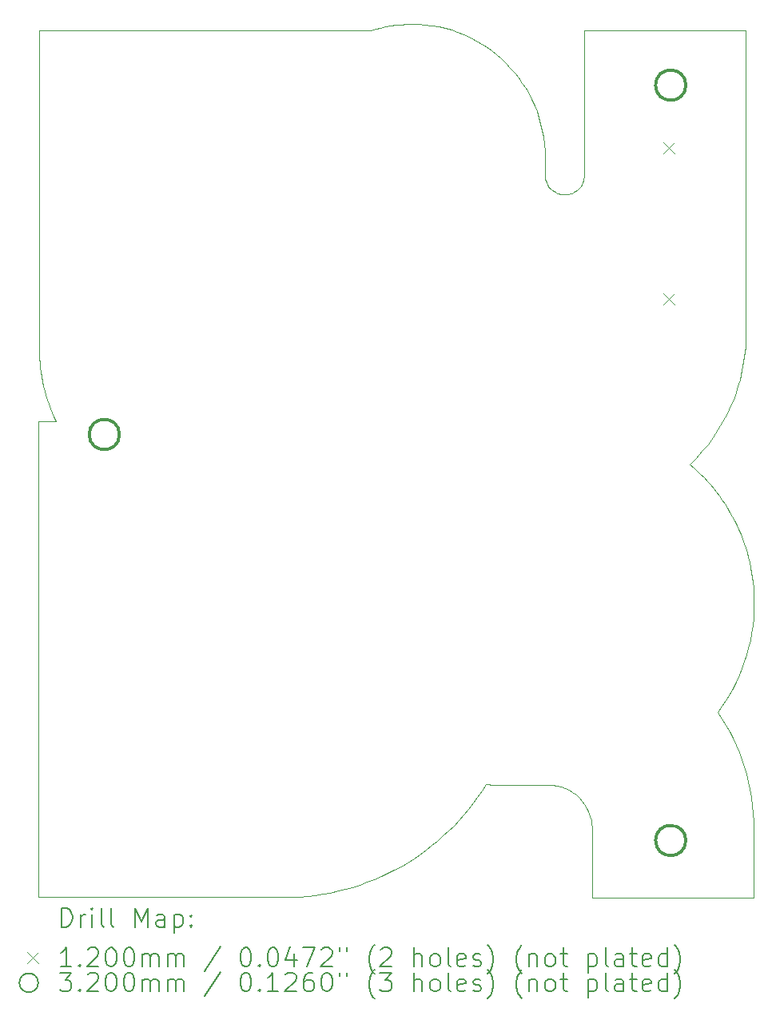
<source format=gbr>
%TF.GenerationSoftware,KiCad,Pcbnew,7.0.1*%
%TF.CreationDate,2024-04-15T22:24:00+03:00*%
%TF.ProjectId,ESP32 STEPPER CONTROL PCB,45535033-3220-4535-9445-505045522043,rev?*%
%TF.SameCoordinates,PX68e7780PY7bfa480*%
%TF.FileFunction,Drillmap*%
%TF.FilePolarity,Positive*%
%FSLAX45Y45*%
G04 Gerber Fmt 4.5, Leading zero omitted, Abs format (unit mm)*
G04 Created by KiCad (PCBNEW 7.0.1) date 2024-04-15 22:24:00*
%MOMM*%
%LPD*%
G01*
G04 APERTURE LIST*
%ADD10C,0.008000*%
%ADD11C,0.200000*%
%ADD12C,0.120000*%
%ADD13C,0.320000*%
G04 APERTURE END LIST*
D10*
X7581119Y3172756D02*
X7581889Y3117763D01*
X7578821Y3227368D02*
X7581119Y3172756D01*
X7575016Y3281577D02*
X7578821Y3227368D01*
X7569726Y3335363D02*
X7575016Y3281577D01*
X7562969Y3388706D02*
X7569726Y3335363D01*
X7554767Y3441585D02*
X7562969Y3388706D01*
X7545141Y3493979D02*
X7554767Y3441585D01*
X7534111Y3545868D02*
X7545141Y3493979D01*
X7521697Y3597232D02*
X7534111Y3545868D01*
X7507919Y3648049D02*
X7521697Y3597232D01*
X7492800Y3698300D02*
X7507919Y3648049D01*
X7476358Y3747963D02*
X7492800Y3698300D01*
X7458615Y3797019D02*
X7476358Y3747963D01*
X7439590Y3845446D02*
X7458615Y3797019D01*
X7419306Y3893225D02*
X7439590Y3845446D01*
X7397781Y3940334D02*
X7419306Y3893225D01*
X7375037Y3986753D02*
X7397781Y3940334D01*
X7351094Y4032462D02*
X7375037Y3986753D01*
X7325973Y4077439D02*
X7351094Y4032462D01*
X7299694Y4121665D02*
X7325973Y4077439D01*
X7272277Y4165120D02*
X7299694Y4121665D01*
X7243744Y4207781D02*
X7272277Y4165120D01*
X7214115Y4249629D02*
X7243744Y4207781D01*
X7183410Y4290644D02*
X7214115Y4249629D01*
X7151649Y4330804D02*
X7183410Y4290644D01*
X7118854Y4370090D02*
X7151649Y4330804D01*
X7085045Y4408480D02*
X7118854Y4370090D01*
X7050242Y4445955D02*
X7085045Y4408480D01*
X7014466Y4482493D02*
X7050242Y4445955D01*
X6977738Y4518074D02*
X7014466Y4482493D01*
X6940077Y4552677D02*
X6977738Y4518074D01*
X6901505Y4586283D02*
X6940077Y4552677D01*
X6968536Y4653560D02*
X6901505Y4586283D01*
X7032198Y4724064D02*
X6968536Y4653560D01*
X7092360Y4797664D02*
X7032198Y4724064D01*
X7148889Y4874228D02*
X7092360Y4797664D01*
X7201653Y4953624D02*
X7148889Y4874228D01*
X7250521Y5035719D02*
X7201653Y4953624D01*
X7295361Y5120382D02*
X7250521Y5035719D01*
X7316229Y5163635D02*
X7295361Y5120382D01*
X7336040Y5207481D02*
X7316229Y5163635D01*
X7354779Y5251902D02*
X7336040Y5207481D01*
X7372428Y5296884D02*
X7354779Y5251902D01*
X7388971Y5342408D02*
X7372428Y5296884D01*
X7404392Y5388458D02*
X7388971Y5342408D01*
X7418673Y5435018D02*
X7404392Y5388458D01*
X7431800Y5482072D02*
X7418673Y5435018D01*
X7443754Y5529603D02*
X7431800Y5482072D01*
X7454520Y5577595D02*
X7443754Y5529603D01*
X7464081Y5626030D02*
X7454520Y5577595D01*
X7472421Y5674893D02*
X7464081Y5626030D01*
X7479523Y5724166D02*
X7472421Y5674893D01*
X7485371Y5773835D02*
X7479523Y5724166D01*
X7489948Y5823881D02*
X7485371Y5773835D01*
X7493238Y5874289D02*
X7489948Y5823881D01*
X7495224Y5925042D02*
X7493238Y5874289D01*
X7495889Y5976123D02*
X7495224Y5925042D01*
X7495889Y9179467D02*
X7495889Y5976123D01*
X5781705Y9179467D02*
X7495889Y9179467D01*
X5781705Y7648283D02*
X5781705Y9179467D01*
X5780633Y7627035D02*
X5781705Y7648283D01*
X5777485Y7606404D02*
X5780633Y7627035D01*
X5772367Y7586494D02*
X5777485Y7606404D01*
X5765383Y7567410D02*
X5772367Y7586494D01*
X5756638Y7549254D02*
X5765383Y7567410D01*
X5746237Y7532132D02*
X5756638Y7549254D01*
X5734285Y7516147D02*
X5746237Y7532132D01*
X5720885Y7501403D02*
X5734285Y7516147D01*
X5706144Y7488004D02*
X5720885Y7501403D01*
X5690165Y7476054D02*
X5706144Y7488004D01*
X5673053Y7465658D02*
X5690165Y7476054D01*
X5654913Y7456918D02*
X5673053Y7465658D01*
X5635850Y7449940D02*
X5654913Y7456918D01*
X5615969Y7444826D02*
X5635850Y7449940D01*
X5595374Y7441682D02*
X5615969Y7444826D01*
X5574169Y7440611D02*
X5595374Y7441682D01*
X5552963Y7441682D02*
X5574169Y7440611D01*
X5532367Y7444826D02*
X5552963Y7441682D01*
X5512484Y7449940D02*
X5532367Y7444826D01*
X5493421Y7456918D02*
X5512484Y7449940D01*
X5475280Y7465658D02*
X5493421Y7456918D01*
X5458168Y7476054D02*
X5475280Y7465658D01*
X5442188Y7488004D02*
X5458168Y7476054D01*
X5427446Y7501403D02*
X5442188Y7488004D01*
X5414046Y7516147D02*
X5427446Y7501403D01*
X5402094Y7532132D02*
X5414046Y7516147D01*
X5391692Y7549254D02*
X5402094Y7532132D01*
X5382947Y7567410D02*
X5391692Y7549254D01*
X5375964Y7586494D02*
X5382947Y7567410D01*
X5370845Y7606404D02*
X5375964Y7586494D01*
X5367698Y7627035D02*
X5370845Y7606404D01*
X5366625Y7648283D02*
X5367698Y7627035D01*
X5366625Y7835627D02*
X5366625Y7648283D01*
X5364788Y7908290D02*
X5366625Y7835627D01*
X5359336Y7980001D02*
X5364788Y7908290D01*
X5350357Y8050670D02*
X5359336Y7980001D01*
X5337940Y8120208D02*
X5350357Y8050670D01*
X5322175Y8188528D02*
X5337940Y8120208D01*
X5303148Y8255540D02*
X5322175Y8188528D01*
X5280950Y8321155D02*
X5303148Y8255540D01*
X5255669Y8385284D02*
X5280950Y8321155D01*
X5227393Y8447840D02*
X5255669Y8385284D01*
X5196212Y8508732D02*
X5227393Y8447840D01*
X5162213Y8567872D02*
X5196212Y8508732D01*
X5125486Y8625172D02*
X5162213Y8567872D01*
X5086119Y8680542D02*
X5125486Y8625172D01*
X5044201Y8733893D02*
X5086119Y8680542D01*
X4999821Y8785138D02*
X5044201Y8733893D01*
X4953066Y8834187D02*
X4999821Y8785138D01*
X4904027Y8880951D02*
X4953066Y8834187D01*
X4852791Y8925342D02*
X4904027Y8880951D01*
X4799447Y8967270D02*
X4852791Y8925342D01*
X4744084Y9006647D02*
X4799447Y8967270D01*
X4686791Y9043385D02*
X4744084Y9006647D01*
X4627656Y9077393D02*
X4686791Y9043385D01*
X4566768Y9108584D02*
X4627656Y9077393D01*
X4504215Y9136869D02*
X4566768Y9108584D01*
X4440086Y9162159D02*
X4504215Y9136869D01*
X4374471Y9184365D02*
X4440086Y9162159D01*
X4307457Y9203398D02*
X4374471Y9184365D01*
X4239133Y9219170D02*
X4307457Y9203398D01*
X4169588Y9231592D02*
X4239133Y9219170D01*
X4098911Y9240574D02*
X4169588Y9231592D01*
X4027189Y9246029D02*
X4098911Y9240574D01*
X3954513Y9247867D02*
X4027189Y9246029D01*
X3897824Y9246749D02*
X3954513Y9247867D01*
X3841701Y9243423D02*
X3897824Y9246749D01*
X3786186Y9237932D02*
X3841701Y9243423D01*
X3731322Y9230317D02*
X3786186Y9237932D01*
X3677152Y9220621D02*
X3731322Y9230317D01*
X3623717Y9208886D02*
X3677152Y9220621D01*
X3571061Y9195154D02*
X3623717Y9208886D01*
X3519225Y9179467D02*
X3571061Y9195154D01*
X1810153Y9179467D02*
X3519225Y9179467D01*
X1722217Y9179467D02*
X1810153Y9179467D01*
X8038Y9179467D02*
X1722217Y9179467D01*
X8038Y5815723D02*
X8038Y9179467D01*
X8784Y5764003D02*
X8038Y5815723D01*
X11009Y5712653D02*
X8784Y5764003D01*
X14691Y5661695D02*
X11009Y5712653D01*
X19812Y5611147D02*
X14691Y5661695D01*
X26349Y5561032D02*
X19812Y5611147D01*
X34283Y5511369D02*
X26349Y5561032D01*
X43593Y5462179D02*
X34283Y5511369D01*
X54259Y5413482D02*
X43593Y5462179D01*
X66260Y5365298D02*
X54259Y5413482D01*
X79576Y5317649D02*
X66260Y5365298D01*
X94186Y5270554D02*
X79576Y5317649D01*
X110071Y5224035D02*
X94186Y5270554D01*
X127208Y5178110D02*
X110071Y5224035D01*
X145579Y5132802D02*
X127208Y5178110D01*
X165162Y5088130D02*
X145579Y5132802D01*
X185937Y5044115D02*
X165162Y5088130D01*
X0Y5044115D02*
X185937Y5044115D01*
X0Y3329851D02*
X0Y5044115D01*
X0Y1714243D02*
X0Y3329851D01*
X0Y0D02*
X0Y1714243D01*
X2597313Y0D02*
X0Y0D01*
X2681831Y1390D02*
X2597313Y0D01*
X2765652Y5530D02*
X2681831Y1390D01*
X2848734Y12378D02*
X2765652Y5530D01*
X2931033Y21889D02*
X2848734Y12378D01*
X3012505Y34020D02*
X2931033Y21889D01*
X3093107Y48728D02*
X3012505Y34020D01*
X3172795Y65969D02*
X3093107Y48728D01*
X3251527Y85700D02*
X3172795Y65969D01*
X3329258Y107877D02*
X3251527Y85700D01*
X3405945Y132456D02*
X3329258Y107877D01*
X3481544Y159395D02*
X3405945Y132456D01*
X3556013Y188649D02*
X3481544Y159395D01*
X3629307Y220176D02*
X3556013Y188649D01*
X3701383Y253931D02*
X3629307Y220176D01*
X3772197Y289871D02*
X3701383Y253931D01*
X3841707Y327953D02*
X3772197Y289871D01*
X3909869Y368133D02*
X3841707Y327953D01*
X3976638Y410368D02*
X3909869Y368133D01*
X4041973Y454613D02*
X3976638Y410368D01*
X4105828Y500827D02*
X4041973Y454613D01*
X4168161Y548965D02*
X4105828Y500827D01*
X4228929Y598983D02*
X4168161Y548965D01*
X4288087Y650839D02*
X4228929Y598983D01*
X4345592Y704488D02*
X4288087Y650839D01*
X4401402Y759887D02*
X4345592Y704488D01*
X4455471Y816994D02*
X4401402Y759887D01*
X4507758Y875763D02*
X4455471Y816994D01*
X4558218Y936152D02*
X4507758Y875763D01*
X4606808Y998117D02*
X4558218Y936152D01*
X4653484Y1061615D02*
X4606808Y998117D01*
X4698203Y1126602D02*
X4653484Y1061615D01*
X4740921Y1193035D02*
X4698203Y1126602D01*
X4782601Y1193035D02*
X4740921Y1193035D01*
X4782601Y1189795D02*
X4782601Y1193035D01*
X5398545Y1189795D02*
X4782601Y1189795D01*
X5422597Y1189187D02*
X5398545Y1189795D01*
X5446334Y1187381D02*
X5422597Y1189187D01*
X5492746Y1180296D02*
X5446334Y1187381D01*
X5537546Y1168775D02*
X5492746Y1180296D01*
X5580498Y1153052D02*
X5537546Y1168775D01*
X5621367Y1133362D02*
X5580498Y1153052D01*
X5659917Y1109939D02*
X5621367Y1133362D01*
X5695913Y1083019D02*
X5659917Y1109939D01*
X5729119Y1052836D02*
X5695913Y1083019D01*
X5759301Y1019624D02*
X5729119Y1052836D01*
X5786222Y983618D02*
X5759301Y1019624D01*
X5809647Y945054D02*
X5786222Y983618D01*
X5829341Y904164D02*
X5809647Y945054D01*
X5845069Y861186D02*
X5829341Y904164D01*
X5856594Y816352D02*
X5845069Y861186D01*
X5863682Y769897D02*
X5856594Y816352D01*
X5865489Y746136D02*
X5863682Y769897D01*
X5866097Y722057D02*
X5865489Y746136D01*
X5866097Y-2413D02*
X5866097Y722057D01*
X7580273Y-2413D02*
X5866097Y-2413D01*
X7580273Y722057D02*
X7580273Y-2413D01*
X7578613Y807902D02*
X7580273Y722057D01*
X7573674Y892905D02*
X7578613Y807902D01*
X7565518Y977007D02*
X7573674Y892905D01*
X7554208Y1060146D02*
X7565518Y977007D01*
X7539805Y1142259D02*
X7554208Y1060146D01*
X7522371Y1223287D02*
X7539805Y1142259D01*
X7501970Y1303167D02*
X7522371Y1223287D01*
X7478662Y1381839D02*
X7501970Y1303167D01*
X7452511Y1459240D02*
X7478662Y1381839D01*
X7423577Y1535310D02*
X7452511Y1459240D01*
X7391925Y1609987D02*
X7423577Y1535310D01*
X7357614Y1683209D02*
X7391925Y1609987D01*
X7320709Y1754916D02*
X7357614Y1683209D01*
X7281270Y1825047D02*
X7320709Y1754916D01*
X7239360Y1893538D02*
X7281270Y1825047D01*
X7195041Y1960331D02*
X7239360Y1893538D01*
X7239364Y2021597D02*
X7195041Y1960331D01*
X7281314Y2084648D02*
X7239364Y2021597D01*
X7320825Y2149416D02*
X7281314Y2084648D01*
X7357830Y2215837D02*
X7320825Y2149416D01*
X7392260Y2283844D02*
X7357830Y2215837D01*
X7424050Y2353371D02*
X7392260Y2283844D01*
X7453131Y2424353D02*
X7424050Y2353371D01*
X7479437Y2496723D02*
X7453131Y2424353D01*
X7502900Y2570416D02*
X7479437Y2496723D01*
X7523453Y2645365D02*
X7502900Y2570416D01*
X7541028Y2721506D02*
X7523453Y2645365D01*
X7555559Y2798771D02*
X7541028Y2721506D01*
X7566977Y2877095D02*
X7555559Y2798771D01*
X7575217Y2956412D02*
X7566977Y2877095D01*
X7580210Y3036657D02*
X7575217Y2956412D01*
X7581889Y3117763D02*
X7580210Y3036657D01*
D11*
D12*
X6622500Y7995000D02*
X6742500Y7875000D01*
X6742500Y7995000D02*
X6622500Y7875000D01*
X6622500Y6395000D02*
X6742500Y6275000D01*
X6742500Y6395000D02*
X6622500Y6275000D01*
D13*
X860000Y4900000D02*
G75*
G03*
X860000Y4900000I-160000J0D01*
G01*
X6860000Y8600000D02*
G75*
G03*
X6860000Y8600000I-160000J0D01*
G01*
X6860000Y600000D02*
G75*
G03*
X6860000Y600000I-160000J0D01*
G01*
D11*
X247219Y-315337D02*
X247219Y-115337D01*
X247219Y-115337D02*
X294838Y-115337D01*
X294838Y-115337D02*
X323410Y-124861D01*
X323410Y-124861D02*
X342457Y-143908D01*
X342457Y-143908D02*
X351981Y-162956D01*
X351981Y-162956D02*
X361505Y-201051D01*
X361505Y-201051D02*
X361505Y-229622D01*
X361505Y-229622D02*
X351981Y-267718D01*
X351981Y-267718D02*
X342457Y-286765D01*
X342457Y-286765D02*
X323410Y-305813D01*
X323410Y-305813D02*
X294838Y-315337D01*
X294838Y-315337D02*
X247219Y-315337D01*
X447219Y-315337D02*
X447219Y-182003D01*
X447219Y-220099D02*
X456743Y-201051D01*
X456743Y-201051D02*
X466267Y-191527D01*
X466267Y-191527D02*
X485314Y-182003D01*
X485314Y-182003D02*
X504362Y-182003D01*
X571029Y-315337D02*
X571029Y-182003D01*
X571029Y-115337D02*
X561505Y-124861D01*
X561505Y-124861D02*
X571029Y-134384D01*
X571029Y-134384D02*
X580552Y-124861D01*
X580552Y-124861D02*
X571029Y-115337D01*
X571029Y-115337D02*
X571029Y-134384D01*
X694838Y-315337D02*
X675790Y-305813D01*
X675790Y-305813D02*
X666267Y-286765D01*
X666267Y-286765D02*
X666267Y-115337D01*
X799600Y-315337D02*
X780552Y-305813D01*
X780552Y-305813D02*
X771028Y-286765D01*
X771028Y-286765D02*
X771028Y-115337D01*
X1028171Y-315337D02*
X1028171Y-115337D01*
X1028171Y-115337D02*
X1094838Y-258194D01*
X1094838Y-258194D02*
X1161505Y-115337D01*
X1161505Y-115337D02*
X1161505Y-315337D01*
X1342457Y-315337D02*
X1342457Y-210575D01*
X1342457Y-210575D02*
X1332933Y-191527D01*
X1332933Y-191527D02*
X1313886Y-182003D01*
X1313886Y-182003D02*
X1275790Y-182003D01*
X1275790Y-182003D02*
X1256743Y-191527D01*
X1342457Y-305813D02*
X1323410Y-315337D01*
X1323410Y-315337D02*
X1275790Y-315337D01*
X1275790Y-315337D02*
X1256743Y-305813D01*
X1256743Y-305813D02*
X1247219Y-286765D01*
X1247219Y-286765D02*
X1247219Y-267718D01*
X1247219Y-267718D02*
X1256743Y-248670D01*
X1256743Y-248670D02*
X1275790Y-239146D01*
X1275790Y-239146D02*
X1323410Y-239146D01*
X1323410Y-239146D02*
X1342457Y-229622D01*
X1437695Y-182003D02*
X1437695Y-382003D01*
X1437695Y-191527D02*
X1456743Y-182003D01*
X1456743Y-182003D02*
X1494838Y-182003D01*
X1494838Y-182003D02*
X1513886Y-191527D01*
X1513886Y-191527D02*
X1523409Y-201051D01*
X1523409Y-201051D02*
X1532933Y-220099D01*
X1532933Y-220099D02*
X1532933Y-277242D01*
X1532933Y-277242D02*
X1523409Y-296289D01*
X1523409Y-296289D02*
X1513886Y-305813D01*
X1513886Y-305813D02*
X1494838Y-315337D01*
X1494838Y-315337D02*
X1456743Y-315337D01*
X1456743Y-315337D02*
X1437695Y-305813D01*
X1618648Y-296289D02*
X1628171Y-305813D01*
X1628171Y-305813D02*
X1618648Y-315337D01*
X1618648Y-315337D02*
X1609124Y-305813D01*
X1609124Y-305813D02*
X1618648Y-296289D01*
X1618648Y-296289D02*
X1618648Y-315337D01*
X1618648Y-191527D02*
X1628171Y-201051D01*
X1628171Y-201051D02*
X1618648Y-210575D01*
X1618648Y-210575D02*
X1609124Y-201051D01*
X1609124Y-201051D02*
X1618648Y-191527D01*
X1618648Y-191527D02*
X1618648Y-210575D01*
D12*
X-120400Y-582813D02*
X-400Y-702813D01*
X-400Y-582813D02*
X-120400Y-702813D01*
D11*
X351981Y-735337D02*
X237695Y-735337D01*
X294838Y-735337D02*
X294838Y-535337D01*
X294838Y-535337D02*
X275790Y-563908D01*
X275790Y-563908D02*
X256743Y-582956D01*
X256743Y-582956D02*
X237695Y-592480D01*
X437695Y-716289D02*
X447219Y-725813D01*
X447219Y-725813D02*
X437695Y-735337D01*
X437695Y-735337D02*
X428171Y-725813D01*
X428171Y-725813D02*
X437695Y-716289D01*
X437695Y-716289D02*
X437695Y-735337D01*
X523409Y-554384D02*
X532933Y-544861D01*
X532933Y-544861D02*
X551981Y-535337D01*
X551981Y-535337D02*
X599600Y-535337D01*
X599600Y-535337D02*
X618648Y-544861D01*
X618648Y-544861D02*
X628171Y-554384D01*
X628171Y-554384D02*
X637695Y-573432D01*
X637695Y-573432D02*
X637695Y-592480D01*
X637695Y-592480D02*
X628171Y-621051D01*
X628171Y-621051D02*
X513886Y-735337D01*
X513886Y-735337D02*
X637695Y-735337D01*
X761505Y-535337D02*
X780552Y-535337D01*
X780552Y-535337D02*
X799600Y-544861D01*
X799600Y-544861D02*
X809124Y-554384D01*
X809124Y-554384D02*
X818648Y-573432D01*
X818648Y-573432D02*
X828171Y-611527D01*
X828171Y-611527D02*
X828171Y-659146D01*
X828171Y-659146D02*
X818648Y-697242D01*
X818648Y-697242D02*
X809124Y-716289D01*
X809124Y-716289D02*
X799600Y-725813D01*
X799600Y-725813D02*
X780552Y-735337D01*
X780552Y-735337D02*
X761505Y-735337D01*
X761505Y-735337D02*
X742457Y-725813D01*
X742457Y-725813D02*
X732933Y-716289D01*
X732933Y-716289D02*
X723409Y-697242D01*
X723409Y-697242D02*
X713886Y-659146D01*
X713886Y-659146D02*
X713886Y-611527D01*
X713886Y-611527D02*
X723409Y-573432D01*
X723409Y-573432D02*
X732933Y-554384D01*
X732933Y-554384D02*
X742457Y-544861D01*
X742457Y-544861D02*
X761505Y-535337D01*
X951981Y-535337D02*
X971029Y-535337D01*
X971029Y-535337D02*
X990076Y-544861D01*
X990076Y-544861D02*
X999600Y-554384D01*
X999600Y-554384D02*
X1009124Y-573432D01*
X1009124Y-573432D02*
X1018648Y-611527D01*
X1018648Y-611527D02*
X1018648Y-659146D01*
X1018648Y-659146D02*
X1009124Y-697242D01*
X1009124Y-697242D02*
X999600Y-716289D01*
X999600Y-716289D02*
X990076Y-725813D01*
X990076Y-725813D02*
X971029Y-735337D01*
X971029Y-735337D02*
X951981Y-735337D01*
X951981Y-735337D02*
X932933Y-725813D01*
X932933Y-725813D02*
X923409Y-716289D01*
X923409Y-716289D02*
X913886Y-697242D01*
X913886Y-697242D02*
X904362Y-659146D01*
X904362Y-659146D02*
X904362Y-611527D01*
X904362Y-611527D02*
X913886Y-573432D01*
X913886Y-573432D02*
X923409Y-554384D01*
X923409Y-554384D02*
X932933Y-544861D01*
X932933Y-544861D02*
X951981Y-535337D01*
X1104362Y-735337D02*
X1104362Y-602003D01*
X1104362Y-621051D02*
X1113886Y-611527D01*
X1113886Y-611527D02*
X1132933Y-602003D01*
X1132933Y-602003D02*
X1161505Y-602003D01*
X1161505Y-602003D02*
X1180552Y-611527D01*
X1180552Y-611527D02*
X1190076Y-630575D01*
X1190076Y-630575D02*
X1190076Y-735337D01*
X1190076Y-630575D02*
X1199600Y-611527D01*
X1199600Y-611527D02*
X1218648Y-602003D01*
X1218648Y-602003D02*
X1247219Y-602003D01*
X1247219Y-602003D02*
X1266267Y-611527D01*
X1266267Y-611527D02*
X1275791Y-630575D01*
X1275791Y-630575D02*
X1275791Y-735337D01*
X1371029Y-735337D02*
X1371029Y-602003D01*
X1371029Y-621051D02*
X1380552Y-611527D01*
X1380552Y-611527D02*
X1399600Y-602003D01*
X1399600Y-602003D02*
X1428171Y-602003D01*
X1428171Y-602003D02*
X1447219Y-611527D01*
X1447219Y-611527D02*
X1456743Y-630575D01*
X1456743Y-630575D02*
X1456743Y-735337D01*
X1456743Y-630575D02*
X1466267Y-611527D01*
X1466267Y-611527D02*
X1485314Y-602003D01*
X1485314Y-602003D02*
X1513886Y-602003D01*
X1513886Y-602003D02*
X1532933Y-611527D01*
X1532933Y-611527D02*
X1542457Y-630575D01*
X1542457Y-630575D02*
X1542457Y-735337D01*
X1932933Y-525813D02*
X1761505Y-782956D01*
X2190076Y-535337D02*
X2209124Y-535337D01*
X2209124Y-535337D02*
X2228172Y-544861D01*
X2228172Y-544861D02*
X2237695Y-554384D01*
X2237695Y-554384D02*
X2247219Y-573432D01*
X2247219Y-573432D02*
X2256743Y-611527D01*
X2256743Y-611527D02*
X2256743Y-659146D01*
X2256743Y-659146D02*
X2247219Y-697242D01*
X2247219Y-697242D02*
X2237695Y-716289D01*
X2237695Y-716289D02*
X2228172Y-725813D01*
X2228172Y-725813D02*
X2209124Y-735337D01*
X2209124Y-735337D02*
X2190076Y-735337D01*
X2190076Y-735337D02*
X2171029Y-725813D01*
X2171029Y-725813D02*
X2161505Y-716289D01*
X2161505Y-716289D02*
X2151981Y-697242D01*
X2151981Y-697242D02*
X2142457Y-659146D01*
X2142457Y-659146D02*
X2142457Y-611527D01*
X2142457Y-611527D02*
X2151981Y-573432D01*
X2151981Y-573432D02*
X2161505Y-554384D01*
X2161505Y-554384D02*
X2171029Y-544861D01*
X2171029Y-544861D02*
X2190076Y-535337D01*
X2342457Y-716289D02*
X2351981Y-725813D01*
X2351981Y-725813D02*
X2342457Y-735337D01*
X2342457Y-735337D02*
X2332934Y-725813D01*
X2332934Y-725813D02*
X2342457Y-716289D01*
X2342457Y-716289D02*
X2342457Y-735337D01*
X2475791Y-535337D02*
X2494838Y-535337D01*
X2494838Y-535337D02*
X2513886Y-544861D01*
X2513886Y-544861D02*
X2523410Y-554384D01*
X2523410Y-554384D02*
X2532934Y-573432D01*
X2532934Y-573432D02*
X2542457Y-611527D01*
X2542457Y-611527D02*
X2542457Y-659146D01*
X2542457Y-659146D02*
X2532934Y-697242D01*
X2532934Y-697242D02*
X2523410Y-716289D01*
X2523410Y-716289D02*
X2513886Y-725813D01*
X2513886Y-725813D02*
X2494838Y-735337D01*
X2494838Y-735337D02*
X2475791Y-735337D01*
X2475791Y-735337D02*
X2456743Y-725813D01*
X2456743Y-725813D02*
X2447219Y-716289D01*
X2447219Y-716289D02*
X2437695Y-697242D01*
X2437695Y-697242D02*
X2428172Y-659146D01*
X2428172Y-659146D02*
X2428172Y-611527D01*
X2428172Y-611527D02*
X2437695Y-573432D01*
X2437695Y-573432D02*
X2447219Y-554384D01*
X2447219Y-554384D02*
X2456743Y-544861D01*
X2456743Y-544861D02*
X2475791Y-535337D01*
X2713886Y-602003D02*
X2713886Y-735337D01*
X2666267Y-525813D02*
X2618648Y-668670D01*
X2618648Y-668670D02*
X2742457Y-668670D01*
X2799600Y-535337D02*
X2932933Y-535337D01*
X2932933Y-535337D02*
X2847219Y-735337D01*
X2999600Y-554384D02*
X3009124Y-544861D01*
X3009124Y-544861D02*
X3028172Y-535337D01*
X3028172Y-535337D02*
X3075791Y-535337D01*
X3075791Y-535337D02*
X3094838Y-544861D01*
X3094838Y-544861D02*
X3104362Y-554384D01*
X3104362Y-554384D02*
X3113886Y-573432D01*
X3113886Y-573432D02*
X3113886Y-592480D01*
X3113886Y-592480D02*
X3104362Y-621051D01*
X3104362Y-621051D02*
X2990076Y-735337D01*
X2990076Y-735337D02*
X3113886Y-735337D01*
X3190076Y-535337D02*
X3190076Y-573432D01*
X3266267Y-535337D02*
X3266267Y-573432D01*
X3561505Y-811527D02*
X3551981Y-802003D01*
X3551981Y-802003D02*
X3532934Y-773432D01*
X3532934Y-773432D02*
X3523410Y-754384D01*
X3523410Y-754384D02*
X3513886Y-725813D01*
X3513886Y-725813D02*
X3504362Y-678194D01*
X3504362Y-678194D02*
X3504362Y-640099D01*
X3504362Y-640099D02*
X3513886Y-592480D01*
X3513886Y-592480D02*
X3523410Y-563908D01*
X3523410Y-563908D02*
X3532934Y-544861D01*
X3532934Y-544861D02*
X3551981Y-516289D01*
X3551981Y-516289D02*
X3561505Y-506765D01*
X3628172Y-554384D02*
X3637695Y-544861D01*
X3637695Y-544861D02*
X3656743Y-535337D01*
X3656743Y-535337D02*
X3704362Y-535337D01*
X3704362Y-535337D02*
X3723410Y-544861D01*
X3723410Y-544861D02*
X3732934Y-554384D01*
X3732934Y-554384D02*
X3742457Y-573432D01*
X3742457Y-573432D02*
X3742457Y-592480D01*
X3742457Y-592480D02*
X3732934Y-621051D01*
X3732934Y-621051D02*
X3618648Y-735337D01*
X3618648Y-735337D02*
X3742457Y-735337D01*
X3980553Y-735337D02*
X3980553Y-535337D01*
X4066267Y-735337D02*
X4066267Y-630575D01*
X4066267Y-630575D02*
X4056743Y-611527D01*
X4056743Y-611527D02*
X4037696Y-602003D01*
X4037696Y-602003D02*
X4009124Y-602003D01*
X4009124Y-602003D02*
X3990076Y-611527D01*
X3990076Y-611527D02*
X3980553Y-621051D01*
X4190076Y-735337D02*
X4171029Y-725813D01*
X4171029Y-725813D02*
X4161505Y-716289D01*
X4161505Y-716289D02*
X4151981Y-697242D01*
X4151981Y-697242D02*
X4151981Y-640099D01*
X4151981Y-640099D02*
X4161505Y-621051D01*
X4161505Y-621051D02*
X4171029Y-611527D01*
X4171029Y-611527D02*
X4190076Y-602003D01*
X4190076Y-602003D02*
X4218648Y-602003D01*
X4218648Y-602003D02*
X4237696Y-611527D01*
X4237696Y-611527D02*
X4247219Y-621051D01*
X4247219Y-621051D02*
X4256743Y-640099D01*
X4256743Y-640099D02*
X4256743Y-697242D01*
X4256743Y-697242D02*
X4247219Y-716289D01*
X4247219Y-716289D02*
X4237696Y-725813D01*
X4237696Y-725813D02*
X4218648Y-735337D01*
X4218648Y-735337D02*
X4190076Y-735337D01*
X4371029Y-735337D02*
X4351981Y-725813D01*
X4351981Y-725813D02*
X4342458Y-706765D01*
X4342458Y-706765D02*
X4342458Y-535337D01*
X4523410Y-725813D02*
X4504362Y-735337D01*
X4504362Y-735337D02*
X4466267Y-735337D01*
X4466267Y-735337D02*
X4447219Y-725813D01*
X4447219Y-725813D02*
X4437696Y-706765D01*
X4437696Y-706765D02*
X4437696Y-630575D01*
X4437696Y-630575D02*
X4447219Y-611527D01*
X4447219Y-611527D02*
X4466267Y-602003D01*
X4466267Y-602003D02*
X4504362Y-602003D01*
X4504362Y-602003D02*
X4523410Y-611527D01*
X4523410Y-611527D02*
X4532934Y-630575D01*
X4532934Y-630575D02*
X4532934Y-649623D01*
X4532934Y-649623D02*
X4437696Y-668670D01*
X4609124Y-725813D02*
X4628172Y-735337D01*
X4628172Y-735337D02*
X4666267Y-735337D01*
X4666267Y-735337D02*
X4685315Y-725813D01*
X4685315Y-725813D02*
X4694839Y-706765D01*
X4694839Y-706765D02*
X4694839Y-697242D01*
X4694839Y-697242D02*
X4685315Y-678194D01*
X4685315Y-678194D02*
X4666267Y-668670D01*
X4666267Y-668670D02*
X4637696Y-668670D01*
X4637696Y-668670D02*
X4618648Y-659146D01*
X4618648Y-659146D02*
X4609124Y-640099D01*
X4609124Y-640099D02*
X4609124Y-630575D01*
X4609124Y-630575D02*
X4618648Y-611527D01*
X4618648Y-611527D02*
X4637696Y-602003D01*
X4637696Y-602003D02*
X4666267Y-602003D01*
X4666267Y-602003D02*
X4685315Y-611527D01*
X4761505Y-811527D02*
X4771029Y-802003D01*
X4771029Y-802003D02*
X4790077Y-773432D01*
X4790077Y-773432D02*
X4799600Y-754384D01*
X4799600Y-754384D02*
X4809124Y-725813D01*
X4809124Y-725813D02*
X4818648Y-678194D01*
X4818648Y-678194D02*
X4818648Y-640099D01*
X4818648Y-640099D02*
X4809124Y-592480D01*
X4809124Y-592480D02*
X4799600Y-563908D01*
X4799600Y-563908D02*
X4790077Y-544861D01*
X4790077Y-544861D02*
X4771029Y-516289D01*
X4771029Y-516289D02*
X4761505Y-506765D01*
X5123410Y-811527D02*
X5113886Y-802003D01*
X5113886Y-802003D02*
X5094839Y-773432D01*
X5094839Y-773432D02*
X5085315Y-754384D01*
X5085315Y-754384D02*
X5075791Y-725813D01*
X5075791Y-725813D02*
X5066267Y-678194D01*
X5066267Y-678194D02*
X5066267Y-640099D01*
X5066267Y-640099D02*
X5075791Y-592480D01*
X5075791Y-592480D02*
X5085315Y-563908D01*
X5085315Y-563908D02*
X5094839Y-544861D01*
X5094839Y-544861D02*
X5113886Y-516289D01*
X5113886Y-516289D02*
X5123410Y-506765D01*
X5199600Y-602003D02*
X5199600Y-735337D01*
X5199600Y-621051D02*
X5209124Y-611527D01*
X5209124Y-611527D02*
X5228172Y-602003D01*
X5228172Y-602003D02*
X5256743Y-602003D01*
X5256743Y-602003D02*
X5275791Y-611527D01*
X5275791Y-611527D02*
X5285315Y-630575D01*
X5285315Y-630575D02*
X5285315Y-735337D01*
X5409124Y-735337D02*
X5390077Y-725813D01*
X5390077Y-725813D02*
X5380553Y-716289D01*
X5380553Y-716289D02*
X5371029Y-697242D01*
X5371029Y-697242D02*
X5371029Y-640099D01*
X5371029Y-640099D02*
X5380553Y-621051D01*
X5380553Y-621051D02*
X5390077Y-611527D01*
X5390077Y-611527D02*
X5409124Y-602003D01*
X5409124Y-602003D02*
X5437696Y-602003D01*
X5437696Y-602003D02*
X5456743Y-611527D01*
X5456743Y-611527D02*
X5466267Y-621051D01*
X5466267Y-621051D02*
X5475791Y-640099D01*
X5475791Y-640099D02*
X5475791Y-697242D01*
X5475791Y-697242D02*
X5466267Y-716289D01*
X5466267Y-716289D02*
X5456743Y-725813D01*
X5456743Y-725813D02*
X5437696Y-735337D01*
X5437696Y-735337D02*
X5409124Y-735337D01*
X5532934Y-602003D02*
X5609124Y-602003D01*
X5561505Y-535337D02*
X5561505Y-706765D01*
X5561505Y-706765D02*
X5571029Y-725813D01*
X5571029Y-725813D02*
X5590077Y-735337D01*
X5590077Y-735337D02*
X5609124Y-735337D01*
X5828172Y-602003D02*
X5828172Y-802003D01*
X5828172Y-611527D02*
X5847219Y-602003D01*
X5847219Y-602003D02*
X5885315Y-602003D01*
X5885315Y-602003D02*
X5904362Y-611527D01*
X5904362Y-611527D02*
X5913886Y-621051D01*
X5913886Y-621051D02*
X5923410Y-640099D01*
X5923410Y-640099D02*
X5923410Y-697242D01*
X5923410Y-697242D02*
X5913886Y-716289D01*
X5913886Y-716289D02*
X5904362Y-725813D01*
X5904362Y-725813D02*
X5885315Y-735337D01*
X5885315Y-735337D02*
X5847219Y-735337D01*
X5847219Y-735337D02*
X5828172Y-725813D01*
X6037696Y-735337D02*
X6018648Y-725813D01*
X6018648Y-725813D02*
X6009124Y-706765D01*
X6009124Y-706765D02*
X6009124Y-535337D01*
X6199600Y-735337D02*
X6199600Y-630575D01*
X6199600Y-630575D02*
X6190077Y-611527D01*
X6190077Y-611527D02*
X6171029Y-602003D01*
X6171029Y-602003D02*
X6132934Y-602003D01*
X6132934Y-602003D02*
X6113886Y-611527D01*
X6199600Y-725813D02*
X6180553Y-735337D01*
X6180553Y-735337D02*
X6132934Y-735337D01*
X6132934Y-735337D02*
X6113886Y-725813D01*
X6113886Y-725813D02*
X6104362Y-706765D01*
X6104362Y-706765D02*
X6104362Y-687718D01*
X6104362Y-687718D02*
X6113886Y-668670D01*
X6113886Y-668670D02*
X6132934Y-659146D01*
X6132934Y-659146D02*
X6180553Y-659146D01*
X6180553Y-659146D02*
X6199600Y-649623D01*
X6266267Y-602003D02*
X6342458Y-602003D01*
X6294839Y-535337D02*
X6294839Y-706765D01*
X6294839Y-706765D02*
X6304362Y-725813D01*
X6304362Y-725813D02*
X6323410Y-735337D01*
X6323410Y-735337D02*
X6342458Y-735337D01*
X6485315Y-725813D02*
X6466267Y-735337D01*
X6466267Y-735337D02*
X6428172Y-735337D01*
X6428172Y-735337D02*
X6409124Y-725813D01*
X6409124Y-725813D02*
X6399600Y-706765D01*
X6399600Y-706765D02*
X6399600Y-630575D01*
X6399600Y-630575D02*
X6409124Y-611527D01*
X6409124Y-611527D02*
X6428172Y-602003D01*
X6428172Y-602003D02*
X6466267Y-602003D01*
X6466267Y-602003D02*
X6485315Y-611527D01*
X6485315Y-611527D02*
X6494839Y-630575D01*
X6494839Y-630575D02*
X6494839Y-649623D01*
X6494839Y-649623D02*
X6399600Y-668670D01*
X6666267Y-735337D02*
X6666267Y-535337D01*
X6666267Y-725813D02*
X6647220Y-735337D01*
X6647220Y-735337D02*
X6609124Y-735337D01*
X6609124Y-735337D02*
X6590077Y-725813D01*
X6590077Y-725813D02*
X6580553Y-716289D01*
X6580553Y-716289D02*
X6571029Y-697242D01*
X6571029Y-697242D02*
X6571029Y-640099D01*
X6571029Y-640099D02*
X6580553Y-621051D01*
X6580553Y-621051D02*
X6590077Y-611527D01*
X6590077Y-611527D02*
X6609124Y-602003D01*
X6609124Y-602003D02*
X6647220Y-602003D01*
X6647220Y-602003D02*
X6666267Y-611527D01*
X6742458Y-811527D02*
X6751981Y-802003D01*
X6751981Y-802003D02*
X6771029Y-773432D01*
X6771029Y-773432D02*
X6780553Y-754384D01*
X6780553Y-754384D02*
X6790077Y-725813D01*
X6790077Y-725813D02*
X6799600Y-678194D01*
X6799600Y-678194D02*
X6799600Y-640099D01*
X6799600Y-640099D02*
X6790077Y-592480D01*
X6790077Y-592480D02*
X6780553Y-563908D01*
X6780553Y-563908D02*
X6771029Y-544861D01*
X6771029Y-544861D02*
X6751981Y-516289D01*
X6751981Y-516289D02*
X6742458Y-506765D01*
X-400Y-906813D02*
G75*
G03*
X-400Y-906813I-100000J0D01*
G01*
X228171Y-799337D02*
X351981Y-799337D01*
X351981Y-799337D02*
X285314Y-875527D01*
X285314Y-875527D02*
X313886Y-875527D01*
X313886Y-875527D02*
X332933Y-885051D01*
X332933Y-885051D02*
X342457Y-894575D01*
X342457Y-894575D02*
X351981Y-913622D01*
X351981Y-913622D02*
X351981Y-961241D01*
X351981Y-961241D02*
X342457Y-980289D01*
X342457Y-980289D02*
X332933Y-989813D01*
X332933Y-989813D02*
X313886Y-999337D01*
X313886Y-999337D02*
X256743Y-999337D01*
X256743Y-999337D02*
X237695Y-989813D01*
X237695Y-989813D02*
X228171Y-980289D01*
X437695Y-980289D02*
X447219Y-989813D01*
X447219Y-989813D02*
X437695Y-999337D01*
X437695Y-999337D02*
X428171Y-989813D01*
X428171Y-989813D02*
X437695Y-980289D01*
X437695Y-980289D02*
X437695Y-999337D01*
X523409Y-818384D02*
X532933Y-808861D01*
X532933Y-808861D02*
X551981Y-799337D01*
X551981Y-799337D02*
X599600Y-799337D01*
X599600Y-799337D02*
X618648Y-808861D01*
X618648Y-808861D02*
X628171Y-818384D01*
X628171Y-818384D02*
X637695Y-837432D01*
X637695Y-837432D02*
X637695Y-856480D01*
X637695Y-856480D02*
X628171Y-885051D01*
X628171Y-885051D02*
X513886Y-999337D01*
X513886Y-999337D02*
X637695Y-999337D01*
X761505Y-799337D02*
X780552Y-799337D01*
X780552Y-799337D02*
X799600Y-808861D01*
X799600Y-808861D02*
X809124Y-818384D01*
X809124Y-818384D02*
X818648Y-837432D01*
X818648Y-837432D02*
X828171Y-875527D01*
X828171Y-875527D02*
X828171Y-923146D01*
X828171Y-923146D02*
X818648Y-961241D01*
X818648Y-961241D02*
X809124Y-980289D01*
X809124Y-980289D02*
X799600Y-989813D01*
X799600Y-989813D02*
X780552Y-999337D01*
X780552Y-999337D02*
X761505Y-999337D01*
X761505Y-999337D02*
X742457Y-989813D01*
X742457Y-989813D02*
X732933Y-980289D01*
X732933Y-980289D02*
X723409Y-961241D01*
X723409Y-961241D02*
X713886Y-923146D01*
X713886Y-923146D02*
X713886Y-875527D01*
X713886Y-875527D02*
X723409Y-837432D01*
X723409Y-837432D02*
X732933Y-818384D01*
X732933Y-818384D02*
X742457Y-808861D01*
X742457Y-808861D02*
X761505Y-799337D01*
X951981Y-799337D02*
X971029Y-799337D01*
X971029Y-799337D02*
X990076Y-808861D01*
X990076Y-808861D02*
X999600Y-818384D01*
X999600Y-818384D02*
X1009124Y-837432D01*
X1009124Y-837432D02*
X1018648Y-875527D01*
X1018648Y-875527D02*
X1018648Y-923146D01*
X1018648Y-923146D02*
X1009124Y-961241D01*
X1009124Y-961241D02*
X999600Y-980289D01*
X999600Y-980289D02*
X990076Y-989813D01*
X990076Y-989813D02*
X971029Y-999337D01*
X971029Y-999337D02*
X951981Y-999337D01*
X951981Y-999337D02*
X932933Y-989813D01*
X932933Y-989813D02*
X923409Y-980289D01*
X923409Y-980289D02*
X913886Y-961241D01*
X913886Y-961241D02*
X904362Y-923146D01*
X904362Y-923146D02*
X904362Y-875527D01*
X904362Y-875527D02*
X913886Y-837432D01*
X913886Y-837432D02*
X923409Y-818384D01*
X923409Y-818384D02*
X932933Y-808861D01*
X932933Y-808861D02*
X951981Y-799337D01*
X1104362Y-999337D02*
X1104362Y-866003D01*
X1104362Y-885051D02*
X1113886Y-875527D01*
X1113886Y-875527D02*
X1132933Y-866003D01*
X1132933Y-866003D02*
X1161505Y-866003D01*
X1161505Y-866003D02*
X1180552Y-875527D01*
X1180552Y-875527D02*
X1190076Y-894575D01*
X1190076Y-894575D02*
X1190076Y-999337D01*
X1190076Y-894575D02*
X1199600Y-875527D01*
X1199600Y-875527D02*
X1218648Y-866003D01*
X1218648Y-866003D02*
X1247219Y-866003D01*
X1247219Y-866003D02*
X1266267Y-875527D01*
X1266267Y-875527D02*
X1275791Y-894575D01*
X1275791Y-894575D02*
X1275791Y-999337D01*
X1371029Y-999337D02*
X1371029Y-866003D01*
X1371029Y-885051D02*
X1380552Y-875527D01*
X1380552Y-875527D02*
X1399600Y-866003D01*
X1399600Y-866003D02*
X1428171Y-866003D01*
X1428171Y-866003D02*
X1447219Y-875527D01*
X1447219Y-875527D02*
X1456743Y-894575D01*
X1456743Y-894575D02*
X1456743Y-999337D01*
X1456743Y-894575D02*
X1466267Y-875527D01*
X1466267Y-875527D02*
X1485314Y-866003D01*
X1485314Y-866003D02*
X1513886Y-866003D01*
X1513886Y-866003D02*
X1532933Y-875527D01*
X1532933Y-875527D02*
X1542457Y-894575D01*
X1542457Y-894575D02*
X1542457Y-999337D01*
X1932933Y-789813D02*
X1761505Y-1046956D01*
X2190076Y-799337D02*
X2209124Y-799337D01*
X2209124Y-799337D02*
X2228172Y-808861D01*
X2228172Y-808861D02*
X2237695Y-818384D01*
X2237695Y-818384D02*
X2247219Y-837432D01*
X2247219Y-837432D02*
X2256743Y-875527D01*
X2256743Y-875527D02*
X2256743Y-923146D01*
X2256743Y-923146D02*
X2247219Y-961241D01*
X2247219Y-961241D02*
X2237695Y-980289D01*
X2237695Y-980289D02*
X2228172Y-989813D01*
X2228172Y-989813D02*
X2209124Y-999337D01*
X2209124Y-999337D02*
X2190076Y-999337D01*
X2190076Y-999337D02*
X2171029Y-989813D01*
X2171029Y-989813D02*
X2161505Y-980289D01*
X2161505Y-980289D02*
X2151981Y-961241D01*
X2151981Y-961241D02*
X2142457Y-923146D01*
X2142457Y-923146D02*
X2142457Y-875527D01*
X2142457Y-875527D02*
X2151981Y-837432D01*
X2151981Y-837432D02*
X2161505Y-818384D01*
X2161505Y-818384D02*
X2171029Y-808861D01*
X2171029Y-808861D02*
X2190076Y-799337D01*
X2342457Y-980289D02*
X2351981Y-989813D01*
X2351981Y-989813D02*
X2342457Y-999337D01*
X2342457Y-999337D02*
X2332934Y-989813D01*
X2332934Y-989813D02*
X2342457Y-980289D01*
X2342457Y-980289D02*
X2342457Y-999337D01*
X2542457Y-999337D02*
X2428172Y-999337D01*
X2485314Y-999337D02*
X2485314Y-799337D01*
X2485314Y-799337D02*
X2466267Y-827908D01*
X2466267Y-827908D02*
X2447219Y-846956D01*
X2447219Y-846956D02*
X2428172Y-856480D01*
X2618648Y-818384D02*
X2628172Y-808861D01*
X2628172Y-808861D02*
X2647219Y-799337D01*
X2647219Y-799337D02*
X2694838Y-799337D01*
X2694838Y-799337D02*
X2713886Y-808861D01*
X2713886Y-808861D02*
X2723410Y-818384D01*
X2723410Y-818384D02*
X2732934Y-837432D01*
X2732934Y-837432D02*
X2732934Y-856480D01*
X2732934Y-856480D02*
X2723410Y-885051D01*
X2723410Y-885051D02*
X2609124Y-999337D01*
X2609124Y-999337D02*
X2732934Y-999337D01*
X2904362Y-799337D02*
X2866267Y-799337D01*
X2866267Y-799337D02*
X2847219Y-808861D01*
X2847219Y-808861D02*
X2837695Y-818384D01*
X2837695Y-818384D02*
X2818648Y-846956D01*
X2818648Y-846956D02*
X2809124Y-885051D01*
X2809124Y-885051D02*
X2809124Y-961241D01*
X2809124Y-961241D02*
X2818648Y-980289D01*
X2818648Y-980289D02*
X2828172Y-989813D01*
X2828172Y-989813D02*
X2847219Y-999337D01*
X2847219Y-999337D02*
X2885314Y-999337D01*
X2885314Y-999337D02*
X2904362Y-989813D01*
X2904362Y-989813D02*
X2913886Y-980289D01*
X2913886Y-980289D02*
X2923410Y-961241D01*
X2923410Y-961241D02*
X2923410Y-913622D01*
X2923410Y-913622D02*
X2913886Y-894575D01*
X2913886Y-894575D02*
X2904362Y-885051D01*
X2904362Y-885051D02*
X2885314Y-875527D01*
X2885314Y-875527D02*
X2847219Y-875527D01*
X2847219Y-875527D02*
X2828172Y-885051D01*
X2828172Y-885051D02*
X2818648Y-894575D01*
X2818648Y-894575D02*
X2809124Y-913622D01*
X3047219Y-799337D02*
X3066267Y-799337D01*
X3066267Y-799337D02*
X3085314Y-808861D01*
X3085314Y-808861D02*
X3094838Y-818384D01*
X3094838Y-818384D02*
X3104362Y-837432D01*
X3104362Y-837432D02*
X3113886Y-875527D01*
X3113886Y-875527D02*
X3113886Y-923146D01*
X3113886Y-923146D02*
X3104362Y-961241D01*
X3104362Y-961241D02*
X3094838Y-980289D01*
X3094838Y-980289D02*
X3085314Y-989813D01*
X3085314Y-989813D02*
X3066267Y-999337D01*
X3066267Y-999337D02*
X3047219Y-999337D01*
X3047219Y-999337D02*
X3028172Y-989813D01*
X3028172Y-989813D02*
X3018648Y-980289D01*
X3018648Y-980289D02*
X3009124Y-961241D01*
X3009124Y-961241D02*
X2999600Y-923146D01*
X2999600Y-923146D02*
X2999600Y-875527D01*
X2999600Y-875527D02*
X3009124Y-837432D01*
X3009124Y-837432D02*
X3018648Y-818384D01*
X3018648Y-818384D02*
X3028172Y-808861D01*
X3028172Y-808861D02*
X3047219Y-799337D01*
X3190076Y-799337D02*
X3190076Y-837432D01*
X3266267Y-799337D02*
X3266267Y-837432D01*
X3561505Y-1075527D02*
X3551981Y-1066003D01*
X3551981Y-1066003D02*
X3532934Y-1037432D01*
X3532934Y-1037432D02*
X3523410Y-1018384D01*
X3523410Y-1018384D02*
X3513886Y-989813D01*
X3513886Y-989813D02*
X3504362Y-942194D01*
X3504362Y-942194D02*
X3504362Y-904099D01*
X3504362Y-904099D02*
X3513886Y-856480D01*
X3513886Y-856480D02*
X3523410Y-827908D01*
X3523410Y-827908D02*
X3532934Y-808861D01*
X3532934Y-808861D02*
X3551981Y-780289D01*
X3551981Y-780289D02*
X3561505Y-770765D01*
X3618648Y-799337D02*
X3742457Y-799337D01*
X3742457Y-799337D02*
X3675791Y-875527D01*
X3675791Y-875527D02*
X3704362Y-875527D01*
X3704362Y-875527D02*
X3723410Y-885051D01*
X3723410Y-885051D02*
X3732934Y-894575D01*
X3732934Y-894575D02*
X3742457Y-913622D01*
X3742457Y-913622D02*
X3742457Y-961241D01*
X3742457Y-961241D02*
X3732934Y-980289D01*
X3732934Y-980289D02*
X3723410Y-989813D01*
X3723410Y-989813D02*
X3704362Y-999337D01*
X3704362Y-999337D02*
X3647219Y-999337D01*
X3647219Y-999337D02*
X3628172Y-989813D01*
X3628172Y-989813D02*
X3618648Y-980289D01*
X3980553Y-999337D02*
X3980553Y-799337D01*
X4066267Y-999337D02*
X4066267Y-894575D01*
X4066267Y-894575D02*
X4056743Y-875527D01*
X4056743Y-875527D02*
X4037696Y-866003D01*
X4037696Y-866003D02*
X4009124Y-866003D01*
X4009124Y-866003D02*
X3990076Y-875527D01*
X3990076Y-875527D02*
X3980553Y-885051D01*
X4190076Y-999337D02*
X4171029Y-989813D01*
X4171029Y-989813D02*
X4161505Y-980289D01*
X4161505Y-980289D02*
X4151981Y-961241D01*
X4151981Y-961241D02*
X4151981Y-904099D01*
X4151981Y-904099D02*
X4161505Y-885051D01*
X4161505Y-885051D02*
X4171029Y-875527D01*
X4171029Y-875527D02*
X4190076Y-866003D01*
X4190076Y-866003D02*
X4218648Y-866003D01*
X4218648Y-866003D02*
X4237696Y-875527D01*
X4237696Y-875527D02*
X4247219Y-885051D01*
X4247219Y-885051D02*
X4256743Y-904099D01*
X4256743Y-904099D02*
X4256743Y-961241D01*
X4256743Y-961241D02*
X4247219Y-980289D01*
X4247219Y-980289D02*
X4237696Y-989813D01*
X4237696Y-989813D02*
X4218648Y-999337D01*
X4218648Y-999337D02*
X4190076Y-999337D01*
X4371029Y-999337D02*
X4351981Y-989813D01*
X4351981Y-989813D02*
X4342458Y-970765D01*
X4342458Y-970765D02*
X4342458Y-799337D01*
X4523410Y-989813D02*
X4504362Y-999337D01*
X4504362Y-999337D02*
X4466267Y-999337D01*
X4466267Y-999337D02*
X4447219Y-989813D01*
X4447219Y-989813D02*
X4437696Y-970765D01*
X4437696Y-970765D02*
X4437696Y-894575D01*
X4437696Y-894575D02*
X4447219Y-875527D01*
X4447219Y-875527D02*
X4466267Y-866003D01*
X4466267Y-866003D02*
X4504362Y-866003D01*
X4504362Y-866003D02*
X4523410Y-875527D01*
X4523410Y-875527D02*
X4532934Y-894575D01*
X4532934Y-894575D02*
X4532934Y-913622D01*
X4532934Y-913622D02*
X4437696Y-932670D01*
X4609124Y-989813D02*
X4628172Y-999337D01*
X4628172Y-999337D02*
X4666267Y-999337D01*
X4666267Y-999337D02*
X4685315Y-989813D01*
X4685315Y-989813D02*
X4694839Y-970765D01*
X4694839Y-970765D02*
X4694839Y-961241D01*
X4694839Y-961241D02*
X4685315Y-942194D01*
X4685315Y-942194D02*
X4666267Y-932670D01*
X4666267Y-932670D02*
X4637696Y-932670D01*
X4637696Y-932670D02*
X4618648Y-923146D01*
X4618648Y-923146D02*
X4609124Y-904099D01*
X4609124Y-904099D02*
X4609124Y-894575D01*
X4609124Y-894575D02*
X4618648Y-875527D01*
X4618648Y-875527D02*
X4637696Y-866003D01*
X4637696Y-866003D02*
X4666267Y-866003D01*
X4666267Y-866003D02*
X4685315Y-875527D01*
X4761505Y-1075527D02*
X4771029Y-1066003D01*
X4771029Y-1066003D02*
X4790077Y-1037432D01*
X4790077Y-1037432D02*
X4799600Y-1018384D01*
X4799600Y-1018384D02*
X4809124Y-989813D01*
X4809124Y-989813D02*
X4818648Y-942194D01*
X4818648Y-942194D02*
X4818648Y-904099D01*
X4818648Y-904099D02*
X4809124Y-856480D01*
X4809124Y-856480D02*
X4799600Y-827908D01*
X4799600Y-827908D02*
X4790077Y-808861D01*
X4790077Y-808861D02*
X4771029Y-780289D01*
X4771029Y-780289D02*
X4761505Y-770765D01*
X5123410Y-1075527D02*
X5113886Y-1066003D01*
X5113886Y-1066003D02*
X5094839Y-1037432D01*
X5094839Y-1037432D02*
X5085315Y-1018384D01*
X5085315Y-1018384D02*
X5075791Y-989813D01*
X5075791Y-989813D02*
X5066267Y-942194D01*
X5066267Y-942194D02*
X5066267Y-904099D01*
X5066267Y-904099D02*
X5075791Y-856480D01*
X5075791Y-856480D02*
X5085315Y-827908D01*
X5085315Y-827908D02*
X5094839Y-808861D01*
X5094839Y-808861D02*
X5113886Y-780289D01*
X5113886Y-780289D02*
X5123410Y-770765D01*
X5199600Y-866003D02*
X5199600Y-999337D01*
X5199600Y-885051D02*
X5209124Y-875527D01*
X5209124Y-875527D02*
X5228172Y-866003D01*
X5228172Y-866003D02*
X5256743Y-866003D01*
X5256743Y-866003D02*
X5275791Y-875527D01*
X5275791Y-875527D02*
X5285315Y-894575D01*
X5285315Y-894575D02*
X5285315Y-999337D01*
X5409124Y-999337D02*
X5390077Y-989813D01*
X5390077Y-989813D02*
X5380553Y-980289D01*
X5380553Y-980289D02*
X5371029Y-961241D01*
X5371029Y-961241D02*
X5371029Y-904099D01*
X5371029Y-904099D02*
X5380553Y-885051D01*
X5380553Y-885051D02*
X5390077Y-875527D01*
X5390077Y-875527D02*
X5409124Y-866003D01*
X5409124Y-866003D02*
X5437696Y-866003D01*
X5437696Y-866003D02*
X5456743Y-875527D01*
X5456743Y-875527D02*
X5466267Y-885051D01*
X5466267Y-885051D02*
X5475791Y-904099D01*
X5475791Y-904099D02*
X5475791Y-961241D01*
X5475791Y-961241D02*
X5466267Y-980289D01*
X5466267Y-980289D02*
X5456743Y-989813D01*
X5456743Y-989813D02*
X5437696Y-999337D01*
X5437696Y-999337D02*
X5409124Y-999337D01*
X5532934Y-866003D02*
X5609124Y-866003D01*
X5561505Y-799337D02*
X5561505Y-970765D01*
X5561505Y-970765D02*
X5571029Y-989813D01*
X5571029Y-989813D02*
X5590077Y-999337D01*
X5590077Y-999337D02*
X5609124Y-999337D01*
X5828172Y-866003D02*
X5828172Y-1066003D01*
X5828172Y-875527D02*
X5847219Y-866003D01*
X5847219Y-866003D02*
X5885315Y-866003D01*
X5885315Y-866003D02*
X5904362Y-875527D01*
X5904362Y-875527D02*
X5913886Y-885051D01*
X5913886Y-885051D02*
X5923410Y-904099D01*
X5923410Y-904099D02*
X5923410Y-961241D01*
X5923410Y-961241D02*
X5913886Y-980289D01*
X5913886Y-980289D02*
X5904362Y-989813D01*
X5904362Y-989813D02*
X5885315Y-999337D01*
X5885315Y-999337D02*
X5847219Y-999337D01*
X5847219Y-999337D02*
X5828172Y-989813D01*
X6037696Y-999337D02*
X6018648Y-989813D01*
X6018648Y-989813D02*
X6009124Y-970765D01*
X6009124Y-970765D02*
X6009124Y-799337D01*
X6199600Y-999337D02*
X6199600Y-894575D01*
X6199600Y-894575D02*
X6190077Y-875527D01*
X6190077Y-875527D02*
X6171029Y-866003D01*
X6171029Y-866003D02*
X6132934Y-866003D01*
X6132934Y-866003D02*
X6113886Y-875527D01*
X6199600Y-989813D02*
X6180553Y-999337D01*
X6180553Y-999337D02*
X6132934Y-999337D01*
X6132934Y-999337D02*
X6113886Y-989813D01*
X6113886Y-989813D02*
X6104362Y-970765D01*
X6104362Y-970765D02*
X6104362Y-951718D01*
X6104362Y-951718D02*
X6113886Y-932670D01*
X6113886Y-932670D02*
X6132934Y-923146D01*
X6132934Y-923146D02*
X6180553Y-923146D01*
X6180553Y-923146D02*
X6199600Y-913622D01*
X6266267Y-866003D02*
X6342458Y-866003D01*
X6294839Y-799337D02*
X6294839Y-970765D01*
X6294839Y-970765D02*
X6304362Y-989813D01*
X6304362Y-989813D02*
X6323410Y-999337D01*
X6323410Y-999337D02*
X6342458Y-999337D01*
X6485315Y-989813D02*
X6466267Y-999337D01*
X6466267Y-999337D02*
X6428172Y-999337D01*
X6428172Y-999337D02*
X6409124Y-989813D01*
X6409124Y-989813D02*
X6399600Y-970765D01*
X6399600Y-970765D02*
X6399600Y-894575D01*
X6399600Y-894575D02*
X6409124Y-875527D01*
X6409124Y-875527D02*
X6428172Y-866003D01*
X6428172Y-866003D02*
X6466267Y-866003D01*
X6466267Y-866003D02*
X6485315Y-875527D01*
X6485315Y-875527D02*
X6494839Y-894575D01*
X6494839Y-894575D02*
X6494839Y-913622D01*
X6494839Y-913622D02*
X6399600Y-932670D01*
X6666267Y-999337D02*
X6666267Y-799337D01*
X6666267Y-989813D02*
X6647220Y-999337D01*
X6647220Y-999337D02*
X6609124Y-999337D01*
X6609124Y-999337D02*
X6590077Y-989813D01*
X6590077Y-989813D02*
X6580553Y-980289D01*
X6580553Y-980289D02*
X6571029Y-961241D01*
X6571029Y-961241D02*
X6571029Y-904099D01*
X6571029Y-904099D02*
X6580553Y-885051D01*
X6580553Y-885051D02*
X6590077Y-875527D01*
X6590077Y-875527D02*
X6609124Y-866003D01*
X6609124Y-866003D02*
X6647220Y-866003D01*
X6647220Y-866003D02*
X6666267Y-875527D01*
X6742458Y-1075527D02*
X6751981Y-1066003D01*
X6751981Y-1066003D02*
X6771029Y-1037432D01*
X6771029Y-1037432D02*
X6780553Y-1018384D01*
X6780553Y-1018384D02*
X6790077Y-989813D01*
X6790077Y-989813D02*
X6799600Y-942194D01*
X6799600Y-942194D02*
X6799600Y-904099D01*
X6799600Y-904099D02*
X6790077Y-856480D01*
X6790077Y-856480D02*
X6780553Y-827908D01*
X6780553Y-827908D02*
X6771029Y-808861D01*
X6771029Y-808861D02*
X6751981Y-780289D01*
X6751981Y-780289D02*
X6742458Y-770765D01*
M02*

</source>
